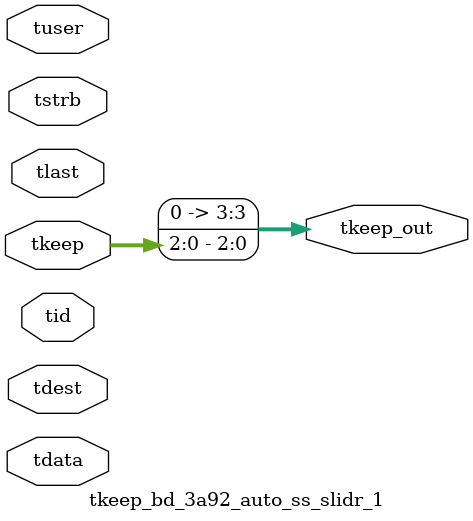
<source format=v>


`timescale 1ps/1ps

module tkeep_bd_3a92_auto_ss_slidr_1 #
(
parameter C_S_AXIS_TDATA_WIDTH = 32,
parameter C_S_AXIS_TUSER_WIDTH = 0,
parameter C_S_AXIS_TID_WIDTH   = 0,
parameter C_S_AXIS_TDEST_WIDTH = 0,
parameter C_M_AXIS_TDATA_WIDTH = 32
)
(
input  [(C_S_AXIS_TDATA_WIDTH == 0 ? 1 : C_S_AXIS_TDATA_WIDTH)-1:0     ] tdata,
input  [(C_S_AXIS_TUSER_WIDTH == 0 ? 1 : C_S_AXIS_TUSER_WIDTH)-1:0     ] tuser,
input  [(C_S_AXIS_TID_WIDTH   == 0 ? 1 : C_S_AXIS_TID_WIDTH)-1:0       ] tid,
input  [(C_S_AXIS_TDEST_WIDTH == 0 ? 1 : C_S_AXIS_TDEST_WIDTH)-1:0     ] tdest,
input  [(C_S_AXIS_TDATA_WIDTH/8)-1:0 ] tkeep,
input  [(C_S_AXIS_TDATA_WIDTH/8)-1:0 ] tstrb,
input                                                                    tlast,
output [(C_M_AXIS_TDATA_WIDTH/8)-1:0 ] tkeep_out
);

assign tkeep_out = {tkeep[2:0]};

endmodule


</source>
